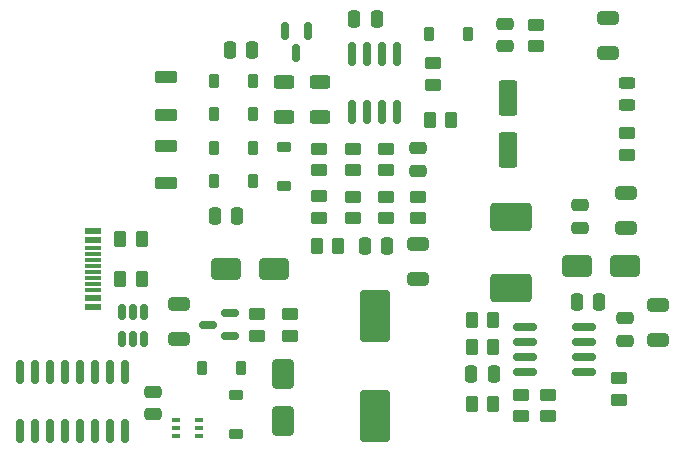
<source format=gtp>
G04 #@! TF.GenerationSoftware,KiCad,Pcbnew,9.0.5*
G04 #@! TF.CreationDate,2025-10-24T16:35:50+02:00*
G04 #@! TF.ProjectId,Mini-EMS-ESP,4d696e69-2d45-44d5-932d-4553502e6b69,rev?*
G04 #@! TF.SameCoordinates,Original*
G04 #@! TF.FileFunction,Paste,Top*
G04 #@! TF.FilePolarity,Positive*
%FSLAX46Y46*%
G04 Gerber Fmt 4.6, Leading zero omitted, Abs format (unit mm)*
G04 Created by KiCad (PCBNEW 9.0.5) date 2025-10-24 16:35:50*
%MOMM*%
%LPD*%
G01*
G04 APERTURE LIST*
G04 Aperture macros list*
%AMRoundRect*
0 Rectangle with rounded corners*
0 $1 Rounding radius*
0 $2 $3 $4 $5 $6 $7 $8 $9 X,Y pos of 4 corners*
0 Add a 4 corners polygon primitive as box body*
4,1,4,$2,$3,$4,$5,$6,$7,$8,$9,$2,$3,0*
0 Add four circle primitives for the rounded corners*
1,1,$1+$1,$2,$3*
1,1,$1+$1,$4,$5*
1,1,$1+$1,$6,$7*
1,1,$1+$1,$8,$9*
0 Add four rect primitives between the rounded corners*
20,1,$1+$1,$2,$3,$4,$5,0*
20,1,$1+$1,$4,$5,$6,$7,0*
20,1,$1+$1,$6,$7,$8,$9,0*
20,1,$1+$1,$8,$9,$2,$3,0*%
G04 Aperture macros list end*
%ADD10RoundRect,0.250000X-0.450000X0.262500X-0.450000X-0.262500X0.450000X-0.262500X0.450000X0.262500X0*%
%ADD11RoundRect,0.250000X0.450000X-0.262500X0.450000X0.262500X-0.450000X0.262500X-0.450000X-0.262500X0*%
%ADD12RoundRect,0.250000X0.250000X0.475000X-0.250000X0.475000X-0.250000X-0.475000X0.250000X-0.475000X0*%
%ADD13RoundRect,0.250000X-0.475000X0.250000X-0.475000X-0.250000X0.475000X-0.250000X0.475000X0.250000X0*%
%ADD14RoundRect,0.225000X-0.225000X-0.375000X0.225000X-0.375000X0.225000X0.375000X-0.225000X0.375000X0*%
%ADD15RoundRect,0.250000X0.475000X-0.250000X0.475000X0.250000X-0.475000X0.250000X-0.475000X-0.250000X0*%
%ADD16RoundRect,0.250000X0.650000X-0.325000X0.650000X0.325000X-0.650000X0.325000X-0.650000X-0.325000X0*%
%ADD17RoundRect,0.150000X-0.150000X0.825000X-0.150000X-0.825000X0.150000X-0.825000X0.150000X0.825000X0*%
%ADD18RoundRect,0.150000X-0.150000X0.587500X-0.150000X-0.587500X0.150000X-0.587500X0.150000X0.587500X0*%
%ADD19RoundRect,0.250000X-0.262500X-0.450000X0.262500X-0.450000X0.262500X0.450000X-0.262500X0.450000X0*%
%ADD20RoundRect,0.250000X-1.000000X-0.650000X1.000000X-0.650000X1.000000X0.650000X-1.000000X0.650000X0*%
%ADD21RoundRect,0.250000X0.262500X0.450000X-0.262500X0.450000X-0.262500X-0.450000X0.262500X-0.450000X0*%
%ADD22RoundRect,0.243750X-0.456250X0.243750X-0.456250X-0.243750X0.456250X-0.243750X0.456250X0.243750X0*%
%ADD23RoundRect,0.150000X0.587500X0.150000X-0.587500X0.150000X-0.587500X-0.150000X0.587500X-0.150000X0*%
%ADD24RoundRect,0.250000X-0.250000X-0.475000X0.250000X-0.475000X0.250000X0.475000X-0.250000X0.475000X0*%
%ADD25RoundRect,0.225000X0.225000X0.375000X-0.225000X0.375000X-0.225000X-0.375000X0.225000X-0.375000X0*%
%ADD26RoundRect,0.250000X1.500000X-0.925000X1.500000X0.925000X-1.500000X0.925000X-1.500000X-0.925000X0*%
%ADD27RoundRect,0.225000X0.375000X-0.225000X0.375000X0.225000X-0.375000X0.225000X-0.375000X-0.225000X0*%
%ADD28RoundRect,0.150000X-0.825000X-0.150000X0.825000X-0.150000X0.825000X0.150000X-0.825000X0.150000X0*%
%ADD29RoundRect,0.250000X-0.650000X0.325000X-0.650000X-0.325000X0.650000X-0.325000X0.650000X0.325000X0*%
%ADD30RoundRect,0.250000X0.625000X-0.312500X0.625000X0.312500X-0.625000X0.312500X-0.625000X-0.312500X0*%
%ADD31RoundRect,0.250000X0.550000X-1.250000X0.550000X1.250000X-0.550000X1.250000X-0.550000X-1.250000X0*%
%ADD32RoundRect,0.250000X1.000000X-1.950000X1.000000X1.950000X-1.000000X1.950000X-1.000000X-1.950000X0*%
%ADD33RoundRect,0.250000X0.700000X-0.275000X0.700000X0.275000X-0.700000X0.275000X-0.700000X-0.275000X0*%
%ADD34R,1.450000X0.600000*%
%ADD35R,1.450000X0.300000*%
%ADD36RoundRect,0.250000X-0.650000X1.000000X-0.650000X-1.000000X0.650000X-1.000000X0.650000X1.000000X0*%
%ADD37RoundRect,0.150000X-0.150000X0.512500X-0.150000X-0.512500X0.150000X-0.512500X0.150000X0.512500X0*%
%ADD38RoundRect,0.100000X0.225000X0.100000X-0.225000X0.100000X-0.225000X-0.100000X0.225000X-0.100000X0*%
%ADD39RoundRect,0.225000X-0.375000X0.225000X-0.375000X-0.225000X0.375000X-0.225000X0.375000X0.225000X0*%
G04 APERTURE END LIST*
D10*
X107696000Y-91289500D03*
X107696000Y-93114500D03*
D11*
X92811600Y-114399700D03*
X92811600Y-112574700D03*
D12*
X121788000Y-111506000D03*
X119888000Y-111506000D03*
D13*
X106426000Y-98491000D03*
X106426000Y-100391000D03*
X120142000Y-103317000D03*
X120142000Y-105217000D03*
D14*
X89155000Y-101303667D03*
X92455000Y-101303667D03*
D15*
X123952000Y-114803000D03*
X123952000Y-112903000D03*
D16*
X86233000Y-114632000D03*
X86233000Y-111682000D03*
D17*
X104648000Y-90489000D03*
X103378000Y-90489000D03*
X102108000Y-90489000D03*
X100838000Y-90489000D03*
X100838000Y-95439000D03*
X102108000Y-95439000D03*
X103378000Y-95439000D03*
X104648000Y-95439000D03*
D18*
X97089000Y-88597500D03*
X95189000Y-88597500D03*
X96139000Y-90472500D03*
D10*
X103759000Y-102592500D03*
X103759000Y-104417500D03*
D17*
X81616000Y-117463189D03*
X80346000Y-117463189D03*
X79076000Y-117463189D03*
X77806000Y-117463189D03*
X76536000Y-117463189D03*
X75266000Y-117463189D03*
X73996000Y-117463189D03*
X72726000Y-117463189D03*
X72726000Y-122413189D03*
X73996000Y-122413189D03*
X75266000Y-122413189D03*
X76536000Y-122413189D03*
X77806000Y-122413189D03*
X79076000Y-122413189D03*
X80346000Y-122413189D03*
X81616000Y-122413189D03*
D10*
X98044000Y-98528500D03*
X98044000Y-100353500D03*
D19*
X110974500Y-120142000D03*
X112799500Y-120142000D03*
D10*
X123444000Y-117959500D03*
X123444000Y-119784500D03*
D20*
X119920000Y-108458000D03*
X123920000Y-108458000D03*
D21*
X99667700Y-106781600D03*
X97842700Y-106781600D03*
D22*
X124104400Y-92940900D03*
X124104400Y-94815900D03*
D23*
X90497900Y-114386400D03*
X90497900Y-112486400D03*
X88622900Y-113436400D03*
D24*
X101031000Y-87565000D03*
X102931000Y-87565000D03*
D25*
X92455000Y-95631000D03*
X89155000Y-95631000D03*
D26*
X114300000Y-110340000D03*
X114300000Y-104290000D03*
D21*
X112799500Y-115316000D03*
X110974500Y-115316000D03*
D27*
X91033600Y-122706400D03*
X91033600Y-119406400D03*
D10*
X100965000Y-98528500D03*
X100965000Y-100353500D03*
X100965000Y-102592500D03*
X100965000Y-104417500D03*
D11*
X103759000Y-100353500D03*
X103759000Y-98528500D03*
D28*
X115508000Y-113665000D03*
X115508000Y-114935000D03*
X115508000Y-116205000D03*
X115508000Y-117475000D03*
X120458000Y-117475000D03*
X120458000Y-116205000D03*
X120458000Y-114935000D03*
X120458000Y-113665000D03*
D16*
X126746000Y-114759000D03*
X126746000Y-111809000D03*
D19*
X110974500Y-113030000D03*
X112799500Y-113030000D03*
D29*
X124079000Y-102284000D03*
X124079000Y-105234000D03*
D14*
X89155000Y-92794667D03*
X92455000Y-92794667D03*
D10*
X116433600Y-88038300D03*
X116433600Y-89863300D03*
D12*
X91120000Y-104267000D03*
X89220000Y-104267000D03*
D24*
X90490000Y-90170000D03*
X92390000Y-90170000D03*
D25*
X110666800Y-88798400D03*
X107366800Y-88798400D03*
D30*
X95123000Y-95823500D03*
X95123000Y-92898500D03*
D15*
X113842800Y-89850000D03*
X113842800Y-87950000D03*
D10*
X115189000Y-119356500D03*
X115189000Y-121181500D03*
D15*
X83972400Y-121041200D03*
X83972400Y-119141200D03*
D19*
X107418500Y-96139000D03*
X109243500Y-96139000D03*
D31*
X114096800Y-98669200D03*
X114096800Y-94269200D03*
D25*
X91413600Y-117094000D03*
X88113600Y-117094000D03*
D11*
X124155200Y-99058100D03*
X124155200Y-97233100D03*
D32*
X102819200Y-121141600D03*
X102819200Y-112741600D03*
D24*
X110937000Y-117602000D03*
X112837000Y-117602000D03*
D19*
X81233000Y-106172000D03*
X83058000Y-106172000D03*
D24*
X101920000Y-106781600D03*
X103820000Y-106781600D03*
D33*
X85090000Y-95656800D03*
X85090000Y-92506800D03*
D29*
X122555000Y-87474000D03*
X122555000Y-90424000D03*
D34*
X78921000Y-105487000D03*
X78921000Y-106262000D03*
D35*
X78921000Y-106962000D03*
X78921000Y-107462000D03*
X78921000Y-107962000D03*
X78921000Y-108462000D03*
X78921000Y-108962000D03*
X78921000Y-109462000D03*
X78921000Y-109962000D03*
X78921000Y-110462000D03*
D34*
X78921000Y-111162000D03*
X78921000Y-111937000D03*
D20*
X90202000Y-108712000D03*
X94202000Y-108712000D03*
D30*
X98171000Y-95823500D03*
X98171000Y-92898500D03*
D29*
X106426000Y-106627400D03*
X106426000Y-109577400D03*
D36*
X94996000Y-117634000D03*
X94996000Y-121634000D03*
D19*
X81233000Y-109601000D03*
X83058000Y-109601000D03*
D11*
X98044000Y-104392100D03*
X98044000Y-102567100D03*
D25*
X92455000Y-98467334D03*
X89155000Y-98467334D03*
D10*
X117475000Y-119356500D03*
X117475000Y-121181500D03*
D33*
X85090000Y-101447800D03*
X85090000Y-98297800D03*
D37*
X83246000Y-112400500D03*
X82296000Y-112400500D03*
X81346000Y-112400500D03*
X81346000Y-114675500D03*
X82296000Y-114675500D03*
X83246000Y-114675500D03*
D10*
X106426000Y-102617900D03*
X106426000Y-104442900D03*
D38*
X87879000Y-122839000D03*
X87879000Y-122189000D03*
X87879000Y-121539000D03*
X85979000Y-121539000D03*
X85979000Y-122189000D03*
X85979000Y-122839000D03*
D11*
X95605600Y-114399700D03*
X95605600Y-112574700D03*
D39*
X95123000Y-98426000D03*
X95123000Y-101726000D03*
M02*

</source>
